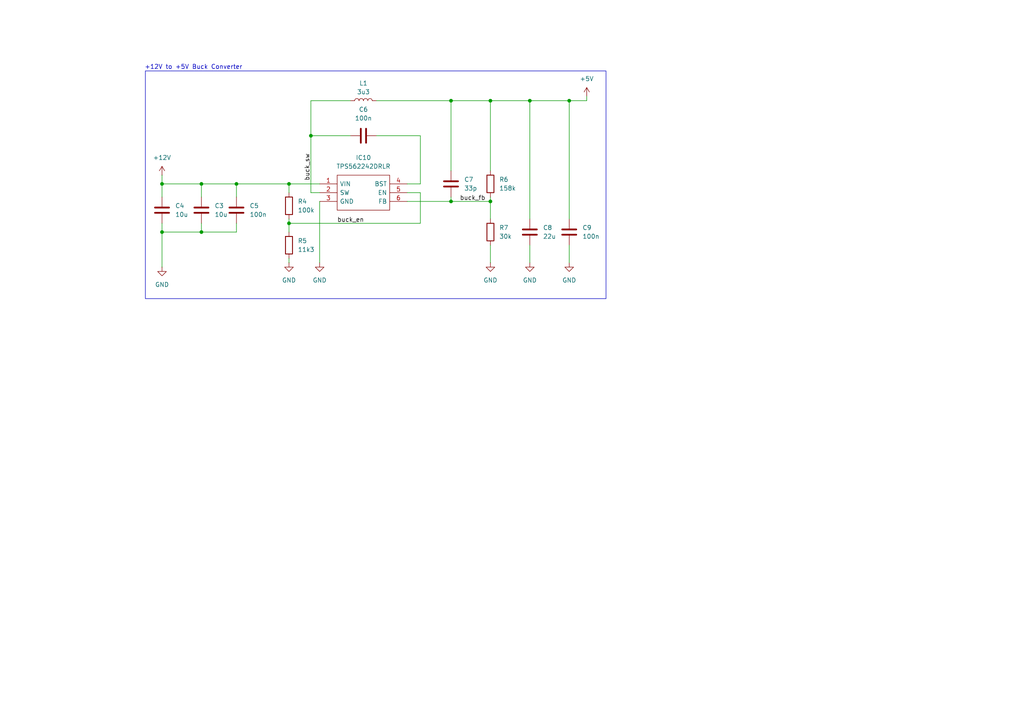
<source format=kicad_sch>
(kicad_sch (version 20231120) (generator "eeschema") (generator_version "8.0")
  (paper "A4")
  (lib_symbols
    (symbol "Device:C" (pin_numbers hide) (pin_names (offset 0.254))
      (property "Reference" "C" (at 0.635 2.54 0))
      (property "Value" "C" (at 0.635 -2.54 0))
      (symbol "C_0_1"
        (polyline (pts (xy -2.032 -0.762) (xy 2.032 -0.762)) (stroke (width 0.508)))
        (polyline (pts (xy -2.032 0.762) (xy 2.032 0.762)) (stroke (width 0.508)))
      )
      (symbol "C_1_1"
        (pin passive line (at 0 3.81 270) (length 2.794) (name "~") (number "1"))
        (pin passive line (at 0 -3.81 90) (length 2.794) (name "~") (number "2"))
      )
    )
    (symbol "Device:L" (pin_numbers hide) (pin_names (offset 1.016) hide)
      (property "Reference" "L" (at -1.27 0 90))
      (property "Value" "L" (at 1.905 0 90))
      (symbol "L_0_1"
        (arc (start 0 -2.54) (mid 0.6323 -1.905) (end 0 -1.27))
        (arc (start 0 -1.27) (mid 0.6323 -0.635) (end 0 0))
        (arc (start 0 0) (mid 0.6323 0.635) (end 0 1.27))
        (arc (start 0 1.27) (mid 0.6323 1.905) (end 0 2.54))
      )
      (symbol "L_1_1"
        (pin passive line (at 0 3.81 270) (length 1.27) (name "1") (number "1"))
        (pin passive line (at 0 -3.81 90) (length 1.27) (name "2") (number "2"))
      )
    )
    (symbol "Device:R" (pin_numbers hide) (pin_names (offset 0))
      (property "Reference" "R" (at 2.032 0 90))
      (property "Value" "R" (at 0 0 90))
      (symbol "R_0_1"
        (rectangle (start -1.016 -2.54) (end 1.016 2.54) (stroke (width 0.254)))
      )
      (symbol "R_1_1"
        (pin passive line (at 0 3.81 270) (length 1.27) (name "~") (number "1"))
        (pin passive line (at 0 -3.81 90) (length 1.27) (name "~") (number "2"))
      )
    )
    (symbol "custom_symbols:TPS562242DRLR" (pin_names (offset 0.762))
      (property "Reference" "IC" (at 21.59 7.62 0))
      (property "Value" "TPS562242DRLR" (at 21.59 5.08 0))
      (symbol "TPS562242DRLR_0_0"
        (pin passive line (at 0 0 0) (length 5.08) (name "VIN") (number "1"))
        (pin passive line (at 0 -2.54 0) (length 5.08) (name "SW") (number "2"))
        (pin passive line (at 0 -5.08 0) (length 5.08) (name "GND") (number "3"))
        (pin passive line (at 25.4 0 180) (length 5.08) (name "BST") (number "4"))
        (pin passive line (at 25.4 -2.54 180) (length 5.08) (name "EN") (number "5"))
        (pin passive line (at 25.4 -5.08 180) (length 5.08) (name "FB") (number "6"))
      )
      (symbol "TPS562242DRLR_0_1"
        (polyline (pts (xy 5.08 2.54) (xy 20.32 2.54) (xy 20.32 -7.62) (xy 5.08 -7.62) (xy 5.08 2.54)) (stroke (width 0.1524)))
      )
    )
    (symbol "power:+12V" (power) (pin_numbers hide) (pin_names (offset 0) hide)
      (property "Value" "+12V" (at 0 3.556 0))
      (symbol "+12V_0_1"
        (polyline (pts (xy -0.762 1.27) (xy 0 2.54)))
        (polyline (pts (xy 0 0) (xy 0 2.54)))
        (polyline (pts (xy 0 2.54) (xy 0.762 1.27)))
      )
      (symbol "+12V_1_1"
        (pin power_in line (at 0 0 90) (length 0) (name "~") (number "1"))
      )
    )
    (symbol "power:+5V" (power) (pin_numbers hide) (pin_names (offset 0) hide)
      (property "Value" "+5V" (at 0 3.556 0))
      (symbol "+5V_0_1"
        (polyline (pts (xy -0.762 1.27) (xy 0 2.54)))
        (polyline (pts (xy 0 0) (xy 0 2.54)))
        (polyline (pts (xy 0 2.54) (xy 0.762 1.27)))
      )
      (symbol "+5V_1_1"
        (pin power_in line (at 0 0 90) (length 0) (name "~") (number "1"))
      )
    )
    (symbol "power:GND" (power) (pin_numbers hide) (pin_names (offset 0) hide)
      (property "Value" "GND" (at 0 -3.81 0))
      (symbol "GND_0_1"
        (polyline (pts (xy 0 0) (xy 0 -1.27) (xy 1.27 -1.27) (xy 0 -2.54) (xy -1.27 -1.27) (xy 0 -1.27)))
      )
      (symbol "GND_1_1"
        (pin power_in line (at 0 0 270) (length 0) (name "~") (number "1"))
      )
    )
  )
  (junction (at 142.24 58.42))
  (junction (at 153.67 29.21))
  (junction (at 130.81 58.42))
  (junction (at 83.82 64.77))
  (junction (at 68.58 53.34))
  (junction (at 83.82 53.34))
  (junction (at 46.99 67.31))
  (junction (at 58.42 53.34))
  (junction (at 165.1 29.21))
  (junction (at 130.81 29.21))
  (junction (at 142.24 29.21))
  (junction (at 58.42 67.31))
  (junction (at 46.99 53.34))
  (junction (at 90.17 39.37))
  (wire (pts (xy 46.99 67.31) (xy 46.99 77.47)))
  (wire (pts (xy 109.22 39.37) (xy 121.92 39.37)))
  (wire (pts (xy 142.24 29.21) (xy 142.24 49.53)))
  (wire (pts (xy 170.18 29.21) (xy 170.18 27.94)))
  (wire (pts (xy 83.82 53.34) (xy 92.71 53.34)))
  (wire (pts (xy 83.82 63.5) (xy 83.82 64.77)))
  (wire (pts (xy 58.42 57.15) (xy 58.42 53.34)))
  (wire (pts (xy 130.81 49.53) (xy 130.81 29.21)))
  (wire (pts (xy 46.99 67.31) (xy 46.99 64.77)))
  (wire (pts (xy 165.1 71.12) (xy 165.1 76.2)))
  (wire (pts (xy 118.11 55.88) (xy 121.92 55.88)))
  (wire (pts (xy 165.1 29.21) (xy 153.67 29.21)))
  (wire (pts (xy 58.42 53.34) (xy 68.58 53.34)))
  (wire (pts (xy 90.17 29.21) (xy 101.6 29.21)))
  (wire (pts (xy 68.58 64.77) (xy 68.58 67.31)))
  (wire (pts (xy 142.24 58.42) (xy 142.24 57.15)))
  (wire (pts (xy 165.1 63.5) (xy 165.1 29.21)))
  (wire (pts (xy 90.17 55.88) (xy 90.17 39.37)))
  (wire (pts (xy 68.58 57.15) (xy 68.58 53.34)))
  (wire (pts (xy 118.11 58.42) (xy 130.81 58.42)))
  (wire (pts (xy 58.42 67.31) (xy 58.42 64.77)))
  (wire (pts (xy 153.67 71.12) (xy 153.67 76.2)))
  (wire (pts (xy 46.99 53.34) (xy 46.99 57.15)))
  (wire (pts (xy 121.92 39.37) (xy 121.92 53.34)))
  (wire (pts (xy 142.24 58.42) (xy 142.24 63.5)))
  (wire (pts (xy 90.17 39.37) (xy 90.17 29.21)))
  (wire (pts (xy 130.81 29.21) (xy 109.22 29.21)))
  (wire (pts (xy 92.71 55.88) (xy 90.17 55.88)))
  (wire (pts (xy 121.92 64.77) (xy 83.82 64.77)))
  (wire (pts (xy 58.42 67.31) (xy 46.99 67.31)))
  (wire (pts (xy 68.58 67.31) (xy 58.42 67.31)))
  (wire (pts (xy 130.81 57.15) (xy 130.81 58.42)))
  (wire (pts (xy 83.82 64.77) (xy 83.82 67.31)))
  (wire (pts (xy 68.58 53.34) (xy 83.82 53.34)))
  (wire (pts (xy 83.82 53.34) (xy 83.82 55.88)))
  (wire (pts (xy 121.92 55.88) (xy 121.92 64.77)))
  (wire (pts (xy 46.99 53.34) (xy 58.42 53.34)))
  (wire (pts (xy 90.17 39.37) (xy 101.6 39.37)))
  (wire (pts (xy 83.82 74.93) (xy 83.82 76.2)))
  (wire (pts (xy 130.81 58.42) (xy 142.24 58.42)))
  (wire (pts (xy 153.67 63.5) (xy 153.67 29.21)))
  (wire (pts (xy 92.71 58.42) (xy 92.71 76.2)))
  (wire (pts (xy 153.67 29.21) (xy 142.24 29.21)))
  (wire (pts (xy 130.81 29.21) (xy 142.24 29.21)))
  (wire (pts (xy 142.24 71.12) (xy 142.24 76.2)))
  (wire (pts (xy 46.99 50.8) (xy 46.99 53.34)))
  (wire (pts (xy 121.92 53.34) (xy 118.11 53.34)))
  (wire (pts (xy 165.1 29.21) (xy 170.18 29.21)))
  (rectangle (start 42.164 20.574) (end 175.768 86.614))
  (text "+12V to +5V Buck Converter" (at 56.134 19.558 0) (effects (font (size 1.27 1.27))))
  (label "buck_fb" (at 133.35 58.42 0))
  (label "buck_sw" (at 90.17 44.45 270))
  (label "buck_en" (at 97.79 64.77 0))
  (symbol (lib_id "power:GND") (at 142.24 76.2 0) (unit 1)
    (property "Reference" "#PWR041" (effects (hide yes)))
    (property "Value" "GND" (at 142.24 81.28 0))
    (property "Description" "Power symbol creates a global label with name \"GND\" , ground" (effects (hide yes)))
  )
  (symbol (lib_id "power:GND") (at 83.82 76.2 0) (unit 1)
    (property "Reference" "#PWR039" (effects (hide yes)))
    (property "Value" "GND" (at 83.82 81.28 0))
    (property "Description" "Power symbol creates a global label with name \"GND\" , ground" (effects (hide yes)))
  )
  (symbol (lib_id "Device:C") (at 130.81 53.34 180) (unit 1)
    (property "Reference" "C7" (at 134.62 52.0699 0) (effects (justify right)))
    (property "Value" "33p" (at 134.62 54.6099 0) (effects (justify right)))
    (property "Footprint" "Capacitor_SMD:C_0805_2012Metric" (effects (hide yes)))
    (property "Description" "Unpolarized capacitor" (effects (hide yes)))
  )
  (symbol (lib_id "Device:C") (at 153.67 67.31 180) (unit 1)
    (property "Reference" "C8" (at 157.48 66.0399 0) (effects (justify right)))
    (property "Value" "22u" (at 157.48 68.5799 0) (effects (justify right)))
    (property "Footprint" "Capacitor_SMD:C_0805_2012Metric" (effects (hide yes)))
    (property "Description" "Unpolarized capacitor" (effects (hide yes)))
  )
  (symbol (lib_id "Device:C") (at 165.1 67.31 180) (unit 1)
    (property "Reference" "C9" (at 168.91 66.0399 0) (effects (justify right)))
    (property "Value" "100n" (at 168.91 68.5799 0) (effects (justify right)))
    (property "Footprint" "Capacitor_SMD:C_0805_2012Metric" (effects (hide yes)))
    (property "Description" "Unpolarized capacitor" (effects (hide yes)))
  )
  (symbol (lib_id "power:GND") (at 165.1 76.2 0) (unit 1)
    (property "Reference" "#PWR043" (effects (hide yes)))
    (property "Value" "GND" (at 165.1 81.28 0))
    (property "Description" "Power symbol creates a global label with name \"GND\" , ground" (effects (hide yes)))
  )
  (symbol (lib_id "Device:R") (at 83.82 59.69 0) (unit 1)
    (property "Reference" "R4" (at 86.36 58.4199 0) (effects (justify left)))
    (property "Value" "100k" (at 86.36 60.9599 0) (effects (justify left)))
    (property "Footprint" "Resistor_SMD:R_0805_2012Metric" (effects (hide yes)))
    (property "Description" "Resistor" (effects (hide yes)))
  )
  (symbol (lib_id "Device:R") (at 83.82 71.12 0) (unit 1)
    (property "Reference" "R5" (at 86.36 69.8499 0) (effects (justify left)))
    (property "Value" "11k3" (at 86.36 72.3899 0) (effects (justify left)))
    (property "Footprint" "Resistor_SMD:R_0805_2012Metric" (effects (hide yes)))
    (property "Description" "Resistor" (effects (hide yes)))
  )
  (symbol (lib_id "Device:R") (at 142.24 53.34 0) (unit 1)
    (property "Reference" "R6" (at 144.78 52.0699 0) (effects (justify left)))
    (property "Value" "158k" (at 144.78 54.6099 0) (effects (justify left)))
    (property "Footprint" "Resistor_SMD:R_0805_2012Metric" (effects (hide yes)))
    (property "Description" "Resistor" (effects (hide yes)))
  )
  (symbol (lib_id "Device:L") (at 105.41 29.21 90) (unit 1)
    (property "Reference" "L1" (at 105.41 24.13 90))
    (property "Value" "3u3" (at 105.41 26.67 90))
    (property "Footprint" "Inductor_SMD:L_0805_2012Metric" (effects (hide yes)))
    (property "Description" "Inductor" (effects (hide yes)))
  )
  (symbol (lib_id "custom_symbols:TPS562242DRLR") (at 92.71 53.34 0) (unit 1)
    (property "Reference" "IC10" (at 105.41 45.72 0))
    (property "Value" "TPS562242DRLR" (at 105.41 48.26 0))
    (property "Footprint" "Package_SO:MSOP-10_3x3mm_P0.5mm" (effects (hide yes)))
    (property "Description" "3V to 18V input voltage range" (effects (hide yes)))
    (property "Height" "0.6" (effects (hide yes)))
    (property "Mouser Part Number" "595-TPS562242DRLR" (effects (hide yes)))
    (property "Mouser Price/Stock" "https://www.mouser.co.uk/ProductDetail/Texas-Instruments/TPS562242DRLR?qs=17ckDYBRdemwXkGetJyzxg%3D%3D" (effects (hide yes)))
    (property "Manufacturer_Name" "Texas Instruments" (effects (hide yes)))
    (property "Manufacturer_Part_Number" "TPS562242DRLR" (effects (hide yes)))
  )
  (symbol (lib_id "Device:C") (at 105.41 39.37 90) (unit 1)
    (property "Reference" "C6" (at 105.41 31.75 90))
    (property "Value" "100n" (at 105.41 34.29 90))
    (property "Footprint" "Capacitor_SMD:C_0805_2012Metric" (effects (hide yes)))
    (property "Description" "Unpolarized capacitor" (effects (hide yes)))
  )
  (symbol (lib_id "Device:R") (at 142.24 67.31 0) (unit 1)
    (property "Reference" "R7" (at 144.78 66.0399 0) (effects (justify left)))
    (property "Value" "30k" (at 144.78 68.5799 0) (effects (justify left)))
    (property "Footprint" "Resistor_SMD:R_0805_2012Metric" (effects (hide yes)))
    (property "Description" "Resistor" (effects (hide yes)))
  )
  (symbol (lib_id "power:GND") (at 46.99 77.47 0) (unit 1)
    (property "Reference" "#PWR038" (effects (hide yes)))
    (property "Value" "GND" (at 46.99 82.55 0))
    (property "Description" "Power symbol creates a global label with name \"GND\" , ground" (effects (hide yes)))
  )
  (symbol (lib_id "power:GND") (at 92.71 76.2 0) (unit 1)
    (property "Reference" "#PWR040" (effects (hide yes)))
    (property "Value" "GND" (at 92.71 81.28 0))
    (property "Description" "Power symbol creates a global label with name \"GND\" , ground" (effects (hide yes)))
  )
  (symbol (lib_id "Device:C") (at 68.58 60.96 0) (unit 1)
    (property "Reference" "C5" (at 72.39 59.6899 0) (effects (justify left)))
    (property "Value" "100n" (at 72.39 62.2299 0) (effects (justify left)))
    (property "Footprint" "Capacitor_SMD:C_0805_2012Metric" (effects (hide yes)))
    (property "Description" "Unpolarized capacitor" (effects (hide yes)))
  )
  (symbol (lib_id "power:+5V") (at 170.18 27.94 0) (unit 1)
    (property "Reference" "#PWR044" (effects (hide yes)))
    (property "Value" "+5V" (at 170.18 22.86 0))
    (property "Description" "Power symbol creates a global label with name \"+5V\"" (effects (hide yes)))
  )
  (symbol (lib_id "power:+12V") (at 46.99 50.8 0) (unit 1)
    (property "Reference" "#PWR037" (effects (hide yes)))
    (property "Value" "+12V" (at 46.99 45.72 0))
    (property "Description" "Power symbol creates a global label with name \"+12V\"" (effects (hide yes)))
  )
  (symbol (lib_id "Device:C") (at 58.42 60.96 0) (unit 1)
    (property "Reference" "C3" (at 62.23 59.6899 0) (effects (justify left)))
    (property "Value" "10u" (at 62.23 62.2299 0) (effects (justify left)))
    (property "Footprint" "Capacitor_SMD:C_0805_2012Metric" (effects (hide yes)))
    (property "Description" "Unpolarized capacitor" (effects (hide yes)))
  )
  (symbol (lib_id "power:GND") (at 153.67 76.2 0) (unit 1)
    (property "Reference" "#PWR042" (effects (hide yes)))
    (property "Value" "GND" (at 153.67 81.28 0))
    (property "Description" "Power symbol creates a global label with name \"GND\" , ground" (effects (hide yes)))
  )
  (symbol (lib_id "Device:C") (at 46.99 60.96 0) (unit 1)
    (property "Reference" "C4" (at 50.8 59.6899 0) (effects (justify left)))
    (property "Value" "10u" (at 50.8 62.2299 0) (effects (justify left)))
    (property "Footprint" "Capacitor_SMD:C_0805_2012Metric" (effects (hide yes)))
    (property "Description" "Unpolarized capacitor" (effects (hide yes)))
  )
)
</source>
